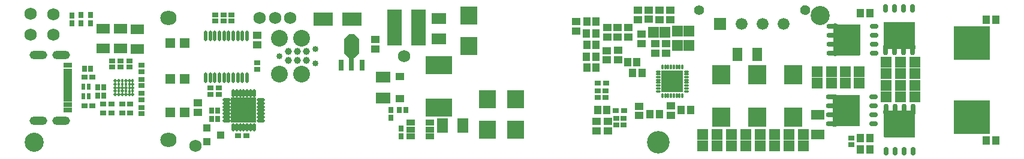
<source format=gts>
G04*
G04 #@! TF.GenerationSoftware,Altium Limited,Altium Designer,19.0.15 (446)*
G04*
G04 Layer_Color=8388736*
%FSLAX25Y25*%
%MOIN*%
G70*
G01*
G75*
%ADD60C,0.02800*%
%ADD61R,0.04737X0.03162*%
%ADD62R,0.04737X0.01981*%
%ADD63R,0.04540X0.04147*%
%ADD64R,0.06312X0.05918*%
%ADD65R,0.07887X0.05918*%
%ADD66R,0.04737X0.04343*%
%ADD67R,0.07296X0.05524*%
%ADD68R,0.07887X0.20485*%
%ADD69R,0.03162X0.06312*%
%ADD70R,0.03162X0.07887*%
%ADD71R,0.10642X0.07493*%
%ADD72R,0.03162X0.03753*%
%ADD73C,0.03950*%
%ADD74R,0.09265X0.10446*%
%ADD75R,0.14580X0.10052*%
%ADD76O,0.02165X0.05906*%
%ADD77O,0.01181X0.03150*%
%ADD78O,0.03150X0.01181*%
%ADD79R,0.12205X0.12205*%
%ADD80C,0.01824*%
%ADD81R,0.04540X0.03359*%
%ADD82R,0.03753X0.03162*%
%ADD83R,0.03320X0.03162*%
%ADD84R,0.05918X0.06312*%
%ADD85O,0.06312X0.02769*%
%ADD86O,0.04737X0.02769*%
%ADD87R,0.04343X0.04737*%
%ADD88R,0.10446X0.10839*%
%ADD89R,0.04147X0.04540*%
%ADD90O,0.02769X0.06312*%
%ADD91O,0.02769X0.04737*%
%ADD92R,0.05524X0.07296*%
%ADD93R,0.20485X0.18517*%
%ADD94R,0.02375X0.03556*%
%ADD95R,0.04343X0.03950*%
%ADD96R,0.03162X0.03320*%
%ADD97R,0.05524X0.05524*%
%ADD98O,0.04540X0.01981*%
%ADD99O,0.01981X0.04540*%
%ADD100R,0.13989X0.13989*%
%ADD101R,0.05918X0.07887*%
%ADD102R,0.04540X0.04343*%
G04:AMPARAMS|DCode=103|XSize=47.37mil|YSize=98.55mil|CornerRadius=23.68mil|HoleSize=0mil|Usage=FLASHONLY|Rotation=270.000|XOffset=0mil|YOffset=0mil|HoleType=Round|Shape=RoundedRectangle|*
%AMROUNDEDRECTD103*
21,1,0.04737,0.05118,0,0,270.0*
21,1,0.00000,0.09855,0,0,270.0*
1,1,0.04737,-0.02559,0.00000*
1,1,0.04737,-0.02559,0.00000*
1,1,0.04737,0.02559,0.00000*
1,1,0.04737,0.02559,0.00000*
%
%ADD103ROUNDEDRECTD103*%
%ADD104C,0.06584*%
%ADD105C,0.05600*%
%ADD106R,0.06584X0.06584*%
%ADD107C,0.10642*%
%ADD108C,0.06800*%
%ADD109C,0.09350*%
%ADD110C,0.03347*%
%ADD111O,0.09055X0.07874*%
%ADD112C,0.12611*%
%ADD113C,0.02600*%
%ADD114C,0.01800*%
G36*
X537020Y114834D02*
X537072Y114824D01*
X537121Y114807D01*
X537168Y114784D01*
X537212Y114755D01*
X537251Y114720D01*
X537286Y114681D01*
X537315Y114637D01*
X537338Y114590D01*
X537355Y114541D01*
X537365Y114489D01*
X537369Y114437D01*
Y102405D01*
X537373Y102313D01*
X537411Y102122D01*
X537482Y101952D01*
X537590Y101790D01*
X537658Y101714D01*
X537669Y101701D01*
X537679Y101689D01*
X537685Y101681D01*
X537691Y101673D01*
X537700Y101659D01*
X537709Y101645D01*
X537713Y101637D01*
X537718Y101628D01*
X537724Y101613D01*
X537732Y101598D01*
X537735Y101589D01*
X537739Y101580D01*
X537743Y101564D01*
X537749Y101549D01*
X537750Y101539D01*
X537753Y101530D01*
X537756Y101513D01*
X537759Y101497D01*
X537759Y101487D01*
X537761Y101478D01*
X537761Y101461D01*
X537762Y101445D01*
Y100264D01*
X537759Y100212D01*
X537749Y100160D01*
X537732Y100110D01*
X537709Y100063D01*
X537679Y100020D01*
X537645Y99980D01*
X537605Y99946D01*
X537562Y99917D01*
X537515Y99893D01*
X537465Y99877D01*
X537414Y99866D01*
X537361Y99863D01*
X520039D01*
X519986Y99866D01*
X519935Y99877D01*
X519885Y99893D01*
X519838Y99917D01*
X519795Y99946D01*
X519755Y99980D01*
X519721Y100020D01*
X519691Y100063D01*
X519668Y100110D01*
X519651Y100160D01*
X519641Y100212D01*
X519638Y100264D01*
Y101445D01*
X519638Y101445D01*
X519639Y101461D01*
X519639Y101478D01*
X519640Y101487D01*
X519641Y101497D01*
X519644Y101513D01*
X519647Y101530D01*
X519649Y101539D01*
X519651Y101549D01*
X519657Y101564D01*
X519661Y101580D01*
X519665Y101589D01*
X519668Y101598D01*
X519675Y101613D01*
X519682Y101628D01*
X519687Y101636D01*
X519691Y101645D01*
X519701Y101659D01*
X519709Y101673D01*
X519715Y101681D01*
X519721Y101689D01*
X519731Y101701D01*
X519742Y101714D01*
X519810Y101790D01*
X519918Y101952D01*
X519989Y102122D01*
X520027Y102313D01*
X520031Y102405D01*
Y114437D01*
X520035Y114489D01*
X520045Y114541D01*
X520062Y114590D01*
X520085Y114637D01*
X520114Y114681D01*
X520149Y114720D01*
X520188Y114755D01*
X520232Y114784D01*
X520279Y114807D01*
X520329Y114824D01*
X520380Y114834D01*
X520432Y114838D01*
X536968D01*
X537020Y114834D01*
D02*
G37*
G36*
X493661Y113961D02*
X493678Y113961D01*
X493687Y113960D01*
X493697Y113959D01*
X493713Y113956D01*
X493729Y113953D01*
X493739Y113951D01*
X493749Y113949D01*
X493764Y113943D01*
X493780Y113939D01*
X493789Y113935D01*
X493798Y113932D01*
X493813Y113925D01*
X493828Y113918D01*
X493836Y113913D01*
X493845Y113909D01*
X493859Y113899D01*
X493873Y113891D01*
X493881Y113885D01*
X493889Y113879D01*
X493901Y113869D01*
X493914Y113858D01*
X493990Y113790D01*
X494152Y113682D01*
X494322Y113611D01*
X494513Y113573D01*
X494605Y113569D01*
X506637D01*
X506689Y113565D01*
X506741Y113555D01*
X506790Y113538D01*
X506837Y113515D01*
X506881Y113486D01*
X506920Y113451D01*
X506955Y113412D01*
X506984Y113368D01*
X507007Y113321D01*
X507024Y113271D01*
X507034Y113220D01*
X507038Y113168D01*
Y96632D01*
X507034Y96580D01*
X507024Y96529D01*
X507007Y96479D01*
X506984Y96432D01*
X506955Y96388D01*
X506920Y96349D01*
X506881Y96314D01*
X506837Y96285D01*
X506790Y96262D01*
X506741Y96245D01*
X506689Y96235D01*
X506637Y96231D01*
X494605D01*
X494513Y96227D01*
X494322Y96189D01*
X494152Y96118D01*
X493990Y96010D01*
X493914Y95942D01*
X493901Y95931D01*
X493889Y95921D01*
X493881Y95915D01*
X493873Y95909D01*
X493859Y95900D01*
X493845Y95891D01*
X493836Y95887D01*
X493828Y95882D01*
X493813Y95876D01*
X493798Y95868D01*
X493789Y95865D01*
X493780Y95861D01*
X493764Y95857D01*
X493749Y95851D01*
X493739Y95850D01*
X493729Y95847D01*
X493713Y95844D01*
X493697Y95841D01*
X493687Y95841D01*
X493678Y95839D01*
X493661Y95839D01*
X493645Y95838D01*
X492464Y95838D01*
X492412Y95841D01*
X492360Y95851D01*
X492310Y95868D01*
X492263Y95891D01*
X492220Y95921D01*
X492180Y95955D01*
X492146Y95995D01*
X492117Y96038D01*
X492093Y96085D01*
X492077Y96135D01*
X492066Y96186D01*
X492063Y96239D01*
Y113561D01*
X492066Y113614D01*
X492077Y113665D01*
X492093Y113715D01*
X492117Y113762D01*
X492146Y113805D01*
X492180Y113845D01*
X492220Y113879D01*
X492263Y113909D01*
X492310Y113932D01*
X492360Y113949D01*
X492412Y113959D01*
X492464Y113962D01*
X493645D01*
X493661Y113961D01*
D02*
G37*
G36*
X225433Y108140D02*
X225485Y108130D01*
X225535Y108113D01*
X225582Y108090D01*
X225625Y108061D01*
X225665Y108026D01*
X228224Y105467D01*
X228258Y105428D01*
X228287Y105384D01*
X228310Y105337D01*
X228327Y105287D01*
X228338Y105236D01*
X228341Y105183D01*
Y97703D01*
X228338Y97651D01*
X228327Y97599D01*
X228310Y97550D01*
X228287Y97503D01*
X228258Y97459D01*
X228224Y97420D01*
X225665Y94861D01*
X225625Y94826D01*
X225582Y94797D01*
X225535Y94774D01*
X225485Y94757D01*
X225433Y94747D01*
X225381Y94743D01*
X223019D01*
X222967Y94747D01*
X222915Y94757D01*
X222866Y94774D01*
X222818Y94797D01*
X222775Y94826D01*
X222735Y94861D01*
X220176Y97420D01*
X220142Y97459D01*
X220113Y97503D01*
X220090Y97550D01*
X220073Y97599D01*
X220062Y97651D01*
X220059Y97703D01*
Y105183D01*
X220062Y105236D01*
X220073Y105287D01*
X220090Y105337D01*
X220113Y105384D01*
X220142Y105428D01*
X220176Y105467D01*
X222735Y108026D01*
X222775Y108061D01*
X222818Y108090D01*
X222866Y108113D01*
X222915Y108130D01*
X222967Y108140D01*
X223019Y108143D01*
X225381D01*
X225433Y108140D01*
D02*
G37*
G36*
X493361Y74561D02*
X493378Y74561D01*
X493387Y74559D01*
X493397Y74559D01*
X493413Y74556D01*
X493430Y74553D01*
X493439Y74550D01*
X493449Y74549D01*
X493464Y74543D01*
X493480Y74539D01*
X493489Y74535D01*
X493498Y74532D01*
X493513Y74524D01*
X493528Y74518D01*
X493536Y74513D01*
X493545Y74509D01*
X493559Y74499D01*
X493573Y74491D01*
X493581Y74485D01*
X493589Y74479D01*
X493601Y74469D01*
X493614Y74458D01*
X493690Y74390D01*
X493852Y74282D01*
X494022Y74211D01*
X494213Y74173D01*
X494305Y74169D01*
X506337D01*
X506389Y74165D01*
X506441Y74155D01*
X506490Y74138D01*
X506537Y74115D01*
X506581Y74086D01*
X506621Y74051D01*
X506655Y74012D01*
X506684Y73968D01*
X506707Y73921D01*
X506724Y73871D01*
X506734Y73820D01*
X506738Y73768D01*
Y57232D01*
X506734Y57180D01*
X506724Y57129D01*
X506707Y57079D01*
X506684Y57032D01*
X506655Y56988D01*
X506621Y56949D01*
X506581Y56914D01*
X506537Y56885D01*
X506490Y56862D01*
X506441Y56845D01*
X506389Y56835D01*
X506337Y56831D01*
X494305D01*
X494213Y56827D01*
X494022Y56789D01*
X493852Y56718D01*
X493690Y56610D01*
X493614Y56542D01*
X493601Y56531D01*
X493589Y56521D01*
X493581Y56515D01*
X493573Y56509D01*
X493559Y56501D01*
X493545Y56491D01*
X493537Y56487D01*
X493528Y56482D01*
X493513Y56476D01*
X493498Y56468D01*
X493489Y56465D01*
X493480Y56461D01*
X493464Y56457D01*
X493449Y56451D01*
X493439Y56450D01*
X493430Y56447D01*
X493413Y56444D01*
X493397Y56441D01*
X493387Y56441D01*
X493378Y56439D01*
X493361Y56439D01*
X493345Y56438D01*
X492164Y56438D01*
X492111Y56441D01*
X492060Y56451D01*
X492010Y56468D01*
X491963Y56491D01*
X491920Y56521D01*
X491880Y56555D01*
X491846Y56595D01*
X491817Y56638D01*
X491793Y56685D01*
X491777Y56735D01*
X491766Y56786D01*
X491763Y56839D01*
Y74161D01*
X491766Y74214D01*
X491777Y74265D01*
X491793Y74315D01*
X491817Y74362D01*
X491846Y74405D01*
X491880Y74445D01*
X491920Y74479D01*
X491963Y74509D01*
X492010Y74532D01*
X492060Y74549D01*
X492111Y74559D01*
X492164Y74562D01*
X493345D01*
X493361Y74561D01*
D02*
G37*
G36*
X537514Y65534D02*
X537565Y65523D01*
X537615Y65507D01*
X537662Y65483D01*
X537706Y65454D01*
X537745Y65420D01*
X537779Y65380D01*
X537809Y65337D01*
X537832Y65290D01*
X537849Y65240D01*
X537859Y65188D01*
X537862Y65136D01*
Y63955D01*
Y63955D01*
X537861Y63939D01*
X537861Y63922D01*
X537859Y63913D01*
X537859Y63903D01*
X537856Y63887D01*
X537853Y63871D01*
X537851Y63861D01*
X537849Y63851D01*
X537843Y63836D01*
X537839Y63820D01*
X537835Y63811D01*
X537832Y63802D01*
X537824Y63787D01*
X537818Y63772D01*
X537813Y63763D01*
X537809Y63755D01*
X537799Y63741D01*
X537791Y63727D01*
X537785Y63719D01*
X537779Y63711D01*
X537769Y63699D01*
X537758Y63686D01*
X537690Y63610D01*
X537582Y63448D01*
X537511Y63278D01*
X537473Y63087D01*
X537469Y62995D01*
Y50963D01*
X537465Y50911D01*
X537455Y50859D01*
X537438Y50810D01*
X537415Y50763D01*
X537386Y50719D01*
X537351Y50679D01*
X537312Y50645D01*
X537268Y50616D01*
X537221Y50593D01*
X537172Y50576D01*
X537120Y50566D01*
X537068Y50562D01*
X520532D01*
X520480Y50566D01*
X520429Y50576D01*
X520379Y50593D01*
X520332Y50616D01*
X520288Y50645D01*
X520249Y50679D01*
X520214Y50719D01*
X520185Y50763D01*
X520162Y50810D01*
X520145Y50859D01*
X520135Y50911D01*
X520131Y50963D01*
Y62995D01*
X520127Y63087D01*
X520089Y63278D01*
X520018Y63448D01*
X519910Y63610D01*
X519842Y63686D01*
X519831Y63699D01*
X519821Y63711D01*
X519815Y63719D01*
X519809Y63727D01*
X519801Y63741D01*
X519791Y63755D01*
X519787Y63763D01*
X519782Y63772D01*
X519775Y63787D01*
X519768Y63802D01*
X519765Y63811D01*
X519761Y63820D01*
X519757Y63836D01*
X519751Y63851D01*
X519749Y63861D01*
X519747Y63871D01*
X519744Y63887D01*
X519741Y63903D01*
X519740Y63913D01*
X519739Y63922D01*
X519739Y63939D01*
X519738Y63955D01*
X519738Y65136D01*
X519741Y65188D01*
X519751Y65240D01*
X519768Y65290D01*
X519791Y65337D01*
X519821Y65380D01*
X519855Y65420D01*
X519895Y65454D01*
X519938Y65483D01*
X519985Y65507D01*
X520035Y65523D01*
X520086Y65534D01*
X520139Y65537D01*
X537461D01*
X537514Y65534D01*
D02*
G37*
D60*
X477733Y121517D02*
X477406Y122416D01*
X476576Y122895D01*
X475633Y122729D01*
X475017Y121995D01*
Y121038D01*
X475633Y120304D01*
X476576Y120138D01*
X477406Y120617D01*
X477733Y121517D01*
D61*
X66342Y90634D02*
D03*
Y87484D02*
D03*
Y68902D02*
D03*
Y65752D02*
D03*
D62*
Y85083D02*
D03*
Y83114D02*
D03*
Y81146D02*
D03*
Y79177D02*
D03*
Y77209D02*
D03*
Y75240D02*
D03*
Y73272D02*
D03*
Y71303D02*
D03*
D63*
X138800Y69659D02*
D03*
Y64541D02*
D03*
X366142Y93782D02*
D03*
Y98900D02*
D03*
X393100Y97541D02*
D03*
Y102659D02*
D03*
X401705Y67959D02*
D03*
Y62841D02*
D03*
X384057Y67859D02*
D03*
Y62741D02*
D03*
X366573Y54176D02*
D03*
Y59294D02*
D03*
X389300Y121430D02*
D03*
Y116312D02*
D03*
X385500Y107959D02*
D03*
Y102841D02*
D03*
X360428Y59318D02*
D03*
Y54200D02*
D03*
X378000Y111602D02*
D03*
Y106484D02*
D03*
X366256Y106484D02*
D03*
Y111602D02*
D03*
X399000Y97541D02*
D03*
Y102659D02*
D03*
X171600Y107259D02*
D03*
Y102141D02*
D03*
D64*
X521364Y79300D02*
D03*
Y73001D02*
D03*
X483200Y80905D02*
D03*
Y87204D02*
D03*
X537355Y73001D02*
D03*
Y79300D02*
D03*
X529355Y73001D02*
D03*
Y79300D02*
D03*
X498609Y80851D02*
D03*
Y87150D02*
D03*
X490909Y80851D02*
D03*
Y87150D02*
D03*
X521364Y92404D02*
D03*
Y86105D02*
D03*
X529364Y92404D02*
D03*
Y86105D02*
D03*
X537364Y92404D02*
D03*
Y86105D02*
D03*
X506300Y80805D02*
D03*
Y87104D02*
D03*
X475291Y45803D02*
D03*
Y52103D02*
D03*
X467291Y45803D02*
D03*
Y52103D02*
D03*
X459291Y45803D02*
D03*
Y52103D02*
D03*
X451291Y45803D02*
D03*
Y52103D02*
D03*
X443291Y45803D02*
D03*
Y52103D02*
D03*
X435291Y45803D02*
D03*
Y52103D02*
D03*
X427291Y45803D02*
D03*
Y52103D02*
D03*
X419291Y45803D02*
D03*
Y52103D02*
D03*
D65*
X272600Y105391D02*
D03*
Y116809D02*
D03*
X241600Y83946D02*
D03*
Y72528D02*
D03*
D66*
X237400Y99743D02*
D03*
Y105058D02*
D03*
X372338Y93642D02*
D03*
Y98958D02*
D03*
X348900Y109643D02*
D03*
Y114957D02*
D03*
X395300Y116214D02*
D03*
Y121529D02*
D03*
X401400D02*
D03*
Y116214D02*
D03*
X383300D02*
D03*
Y121529D02*
D03*
X372100Y106442D02*
D03*
Y111758D02*
D03*
D67*
X105200Y99888D02*
D03*
Y110912D02*
D03*
X95600Y99988D02*
D03*
Y111012D02*
D03*
X86000Y99988D02*
D03*
Y111012D02*
D03*
X483300Y52088D02*
D03*
Y63112D02*
D03*
D68*
X247907Y111800D02*
D03*
X261293D02*
D03*
D69*
X230105Y90813D02*
D03*
X218295D02*
D03*
D70*
X224200Y91601D02*
D03*
D71*
X208526Y116362D02*
D03*
X224274D02*
D03*
D72*
X68800Y114000D02*
D03*
Y118528D02*
D03*
X78942Y114172D02*
D03*
Y118700D02*
D03*
X73800Y118606D02*
D03*
Y114079D02*
D03*
X251700Y55564D02*
D03*
Y51036D02*
D03*
X245900Y61322D02*
D03*
Y65850D02*
D03*
D73*
X194000Y98300D02*
D03*
X199000Y93300D02*
D03*
X194000D02*
D03*
X189000Y98300D02*
D03*
Y93300D02*
D03*
X199000Y98300D02*
D03*
D74*
X299778Y71657D02*
D03*
Y54728D02*
D03*
X315526Y71629D02*
D03*
Y54700D02*
D03*
X289500Y118465D02*
D03*
Y101535D02*
D03*
D75*
X272619Y67202D02*
D03*
Y90824D02*
D03*
D76*
X166091Y107016D02*
D03*
X163531D02*
D03*
X160972D02*
D03*
X158413D02*
D03*
X155854D02*
D03*
X153295D02*
D03*
X150736D02*
D03*
X148177D02*
D03*
X145618D02*
D03*
X143059D02*
D03*
X166091Y83787D02*
D03*
X163531D02*
D03*
X160972D02*
D03*
X158413D02*
D03*
X155854D02*
D03*
X153295D02*
D03*
X150736D02*
D03*
X148177D02*
D03*
X145618D02*
D03*
X143059D02*
D03*
D77*
X408039Y89685D02*
D03*
X406465D02*
D03*
X404890D02*
D03*
X403315D02*
D03*
X401740D02*
D03*
X400165D02*
D03*
X398590D02*
D03*
X397016D02*
D03*
Y73740D02*
D03*
X398590D02*
D03*
X400165D02*
D03*
X401740D02*
D03*
X403315D02*
D03*
X404890D02*
D03*
X406465D02*
D03*
X408039D02*
D03*
D78*
X394555Y87224D02*
D03*
Y85650D02*
D03*
Y84075D02*
D03*
Y82500D02*
D03*
Y80925D02*
D03*
Y79350D02*
D03*
Y77776D02*
D03*
Y76201D02*
D03*
X410500D02*
D03*
Y77776D02*
D03*
Y79350D02*
D03*
Y80925D02*
D03*
Y82500D02*
D03*
Y84075D02*
D03*
Y85650D02*
D03*
Y87224D02*
D03*
D79*
X402528Y81713D02*
D03*
D80*
X102537Y74300D02*
D03*
X100568D02*
D03*
X98600D02*
D03*
X96631D02*
D03*
X94663D02*
D03*
X92694D02*
D03*
X96631Y76269D02*
D03*
X92694D02*
D03*
X102537Y78237D02*
D03*
X98600D02*
D03*
X96631D02*
D03*
X94663D02*
D03*
X92694D02*
D03*
X102537Y80206D02*
D03*
X92694D02*
D03*
X100568Y82174D02*
D03*
X98600D02*
D03*
X94663D02*
D03*
X92694D02*
D03*
D81*
X267713Y58837D02*
D03*
Y54900D02*
D03*
Y50963D02*
D03*
X256887D02*
D03*
Y54900D02*
D03*
Y58837D02*
D03*
D82*
X361036Y80832D02*
D03*
X365564D02*
D03*
X371036Y65300D02*
D03*
X375564D02*
D03*
X75672Y83968D02*
D03*
X80200D02*
D03*
X75595Y68168D02*
D03*
X80122D02*
D03*
X161136Y51400D02*
D03*
X165664D02*
D03*
X96557Y64102D02*
D03*
X101084D02*
D03*
X96553Y69102D02*
D03*
X101080D02*
D03*
X86194Y64102D02*
D03*
X90722D02*
D03*
X86194Y69102D02*
D03*
X90722D02*
D03*
D83*
X361000Y76300D02*
D03*
Y72835D02*
D03*
X375424Y61019D02*
D03*
Y57554D02*
D03*
X502100Y50000D02*
D03*
Y46535D02*
D03*
X371240Y61019D02*
D03*
Y57554D02*
D03*
X365503Y76300D02*
D03*
Y72835D02*
D03*
X171800Y88568D02*
D03*
Y92032D02*
D03*
X107258Y79335D02*
D03*
Y82800D02*
D03*
X95858Y93200D02*
D03*
Y89736D02*
D03*
X107300Y90581D02*
D03*
Y87116D02*
D03*
X150375Y74473D02*
D03*
Y77938D02*
D03*
X145875Y74473D02*
D03*
Y77938D02*
D03*
X157547Y118771D02*
D03*
Y115307D02*
D03*
X153047Y118771D02*
D03*
Y115307D02*
D03*
X148547Y118771D02*
D03*
Y115307D02*
D03*
X100568Y89768D02*
D03*
Y93232D02*
D03*
X91158Y89736D02*
D03*
Y93200D02*
D03*
X107258Y75032D02*
D03*
Y71568D02*
D03*
Y67232D02*
D03*
Y63768D02*
D03*
D84*
X398350Y109200D02*
D03*
X392050D02*
D03*
X405550Y109600D02*
D03*
X411850D02*
D03*
X405550Y101900D02*
D03*
X411850D02*
D03*
D85*
X491180Y58000D02*
D03*
Y63000D02*
D03*
Y68000D02*
D03*
Y73000D02*
D03*
X491479Y97400D02*
D03*
Y102400D02*
D03*
Y107400D02*
D03*
Y112400D02*
D03*
D86*
X514408Y73000D02*
D03*
Y68000D02*
D03*
Y63000D02*
D03*
Y58000D02*
D03*
X514708Y112400D02*
D03*
Y107400D02*
D03*
Y102400D02*
D03*
Y97400D02*
D03*
D87*
X512257Y50000D02*
D03*
X506943D02*
D03*
X412757Y65658D02*
D03*
X407443D02*
D03*
X354842Y108500D02*
D03*
X360157D02*
D03*
X354842Y95425D02*
D03*
X360157D02*
D03*
X507043Y43700D02*
D03*
X512358D02*
D03*
X507142Y119700D02*
D03*
X512458D02*
D03*
X582358Y48600D02*
D03*
X577042D02*
D03*
X582457Y116200D02*
D03*
X577142D02*
D03*
X395458Y63324D02*
D03*
X390142D02*
D03*
D88*
X449600Y85500D02*
D03*
Y61681D02*
D03*
X429600Y85510D02*
D03*
Y61690D02*
D03*
X469600D02*
D03*
Y85510D02*
D03*
D89*
X354941Y89260D02*
D03*
X360059D02*
D03*
X354941Y115000D02*
D03*
X360059D02*
D03*
X360914Y65700D02*
D03*
X366032D02*
D03*
X360039Y101969D02*
D03*
X354921D02*
D03*
X382759Y92500D02*
D03*
X377641D02*
D03*
X385659Y86300D02*
D03*
X380541D02*
D03*
D90*
X521300Y66120D02*
D03*
X526300D02*
D03*
X531300D02*
D03*
X536300D02*
D03*
X536200Y99279D02*
D03*
X531200D02*
D03*
X526200D02*
D03*
X521200D02*
D03*
D91*
X536300Y42892D02*
D03*
X531300D02*
D03*
X526300D02*
D03*
X521300D02*
D03*
X521200Y122508D02*
D03*
X526200D02*
D03*
X531200D02*
D03*
X536200D02*
D03*
D92*
X449763Y96893D02*
D03*
X438739D02*
D03*
D93*
X569000Y61831D02*
D03*
Y103169D02*
D03*
D94*
X77936Y73268D02*
D03*
X75180D02*
D03*
X77936Y78810D02*
D03*
X75180D02*
D03*
D95*
X151537Y51900D02*
D03*
X143663Y48160D02*
D03*
Y55640D02*
D03*
D96*
X79137Y88800D02*
D03*
X75672D02*
D03*
X146225Y65264D02*
D03*
X149689D02*
D03*
X146225Y60764D02*
D03*
X149689D02*
D03*
X86490Y78368D02*
D03*
X83026D02*
D03*
X86490Y73734D02*
D03*
X83026D02*
D03*
X250868Y65700D02*
D03*
X254332D02*
D03*
D97*
X131534Y83000D02*
D03*
X123266D02*
D03*
X131534Y64500D02*
D03*
X123266D02*
D03*
X131534Y103100D02*
D03*
X123266D02*
D03*
D98*
X154751Y71505D02*
D03*
Y69537D02*
D03*
Y67568D02*
D03*
Y65600D02*
D03*
Y63631D02*
D03*
Y61663D02*
D03*
Y59694D02*
D03*
X173649D02*
D03*
Y61663D02*
D03*
Y63631D02*
D03*
Y65600D02*
D03*
Y67568D02*
D03*
Y69537D02*
D03*
Y71505D02*
D03*
D99*
X158294Y56151D02*
D03*
X160263D02*
D03*
X162232D02*
D03*
X164200D02*
D03*
X166168D02*
D03*
X168137D02*
D03*
X170106D02*
D03*
Y75049D02*
D03*
X168137D02*
D03*
X166168D02*
D03*
X164200D02*
D03*
X162232D02*
D03*
X160263D02*
D03*
X158294D02*
D03*
D100*
X164200Y65600D02*
D03*
D101*
X286109Y57200D02*
D03*
X274691D02*
D03*
D102*
X250900Y84532D02*
D03*
Y72131D02*
D03*
D103*
X62602Y96500D02*
D03*
X50200D02*
D03*
X62602Y59886D02*
D03*
X50200D02*
D03*
D104*
X464522Y113800D02*
D03*
X452711D02*
D03*
X440900D02*
D03*
D105*
X476333Y121517D02*
D03*
X417278D02*
D03*
D106*
X429089Y113800D02*
D03*
D107*
X47600Y47600D02*
D03*
X484600Y118300D02*
D03*
D108*
X137500Y45803D02*
D03*
X45800Y107744D02*
D03*
Y119300D02*
D03*
X58400Y119196D02*
D03*
X253400Y95700D02*
D03*
X58400Y107744D02*
D03*
X190000Y117200D02*
D03*
X181700D02*
D03*
X172900D02*
D03*
D109*
X184000Y85800D02*
D03*
X196500D02*
D03*
Y105800D02*
D03*
X184000D02*
D03*
D110*
Y95800D02*
D03*
X204000Y99800D02*
D03*
Y91800D02*
D03*
D111*
X122282Y117055D02*
D03*
Y48945D02*
D03*
D112*
X394792Y47700D02*
D03*
D113*
X406858Y86043D02*
D03*
Y77382D02*
D03*
X398197Y86043D02*
D03*
Y77382D02*
D03*
X402528Y86043D02*
D03*
X406858Y81713D02*
D03*
X398197D02*
D03*
X402528Y77480D02*
D03*
D114*
X98600Y76269D02*
D03*
X100568Y76237D02*
D03*
X102537Y76269D02*
D03*
X100568Y80206D02*
D03*
Y78237D02*
D03*
X102537Y82174D02*
D03*
X98600Y80206D02*
D03*
X96631D02*
D03*
X94663D02*
D03*
X96631Y82174D02*
D03*
X94663Y76269D02*
D03*
M02*

</source>
